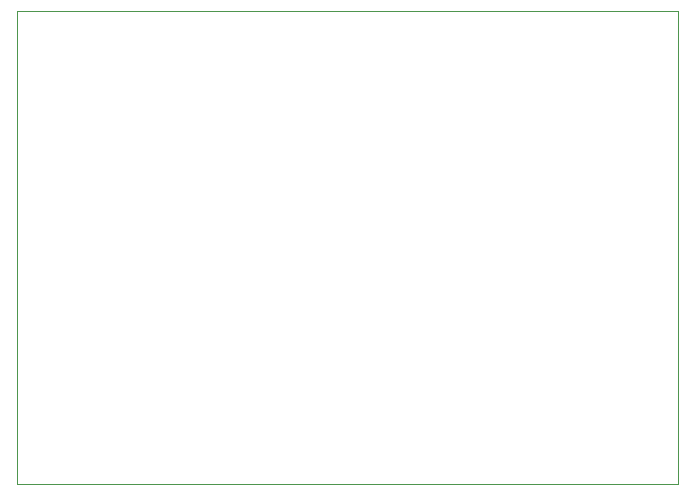
<source format=gbr>
%TF.GenerationSoftware,KiCad,Pcbnew,(5.1.6)-1*%
%TF.CreationDate,2020-12-02T11:33:46-05:00*%
%TF.ProjectId,HP_classic,48505f63-6c61-4737-9369-632e6b696361,2*%
%TF.SameCoordinates,Original*%
%TF.FileFunction,Profile,NP*%
%FSLAX46Y46*%
G04 Gerber Fmt 4.6, Leading zero omitted, Abs format (unit mm)*
G04 Created by KiCad (PCBNEW (5.1.6)-1) date 2020-12-02 11:33:46*
%MOMM*%
%LPD*%
G01*
G04 APERTURE LIST*
%TA.AperFunction,Profile*%
%ADD10C,0.050000*%
%TD*%
G04 APERTURE END LIST*
D10*
X147000000Y-105000000D02*
X147000000Y-145000000D01*
X203000000Y-105000000D02*
X147000000Y-105000000D01*
X203000000Y-145000000D02*
X203000000Y-105000000D01*
X147000000Y-145000000D02*
X203000000Y-145000000D01*
M02*

</source>
